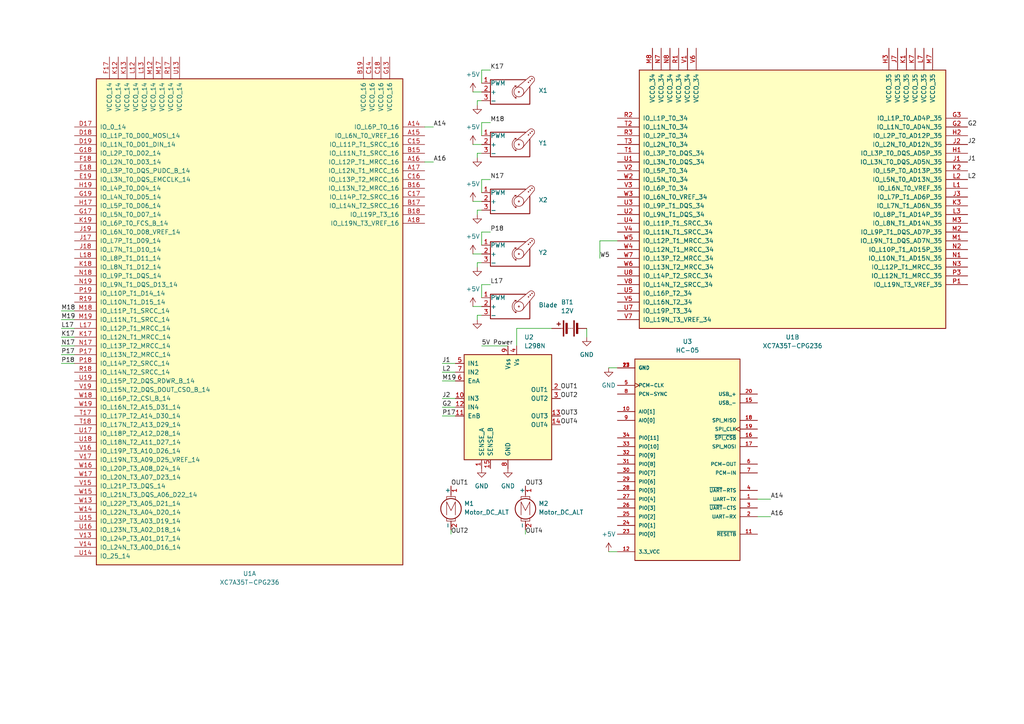
<source format=kicad_sch>
(kicad_sch (version 20230121) (generator eeschema)
  (paper "A4")
  (title_block (title "robo-digger") (rev "1") (comment 1 "robo-digger-schematic"))
  (lib_symbols
    (symbol "Device:Battery" (pin_numbers hide) (pin_names (offset 0) hide)
      (property "Reference" "BT" (at 2.54 2.54 0))
      (property "Value" "Battery" (at 2.54 0 0))
      (symbol "Battery_0_1"
        (rectangle (start -2.286 -1.27) (end 2.286 -1.524) (fill (type outline)))
        (rectangle (start -2.286 1.778) (end 2.286 1.524) (fill (type outline)))
        (rectangle (start -1.524 -2.032) (end 1.524 -2.54) (fill (type outline)))
        (rectangle (start -1.524 1.016) (end 1.524 0.508) (fill (type outline)))
        (polyline (pts (xy 0 -1.016) (xy 0 -0.762)))
        (polyline (pts (xy 0 -0.508) (xy 0 -0.254)))
        (polyline (pts (xy 0 0) (xy 0 0.254)))
        (polyline (pts (xy 0 1.778) (xy 0 2.54)))
        (polyline (pts (xy 0.762 3.048) (xy 1.778 3.048)) (stroke (width 0.254)))
        (polyline (pts (xy 1.27 3.556) (xy 1.27 2.54)) (stroke (width 0.254)))
      )
      (symbol "Battery_1_1"
        (pin passive line (at 0 5.08 270) (length 2.54) (name "+") (number "1"))
        (pin passive line (at 0 -5.08 90) (length 2.54) (name "-") (number "2"))
      )
    )
    (symbol "Driver_Motor:L298N" (pin_names (offset 1.016))
      (property "Reference" "U" (at -10.16 16.51 0))
      (property "Value" "L298N" (at 12.7 16.51 0))
      (symbol "L298N_0_1"
        (rectangle (start -12.7 15.24) (end 12.7 -15.24) (stroke (width 0.254)) (fill (type background)))
      )
      (symbol "L298N_1_1"
        (pin power_in line (at -7.62 -17.78 90) (length 2.54) (name "SENSE_A") (number "1"))
        (pin input line (at -15.24 2.54 0) (length 2.54) (name "IN3") (number "10"))
        (pin input line (at -15.24 -2.54 0) (length 2.54) (name "EnB") (number "11"))
        (pin input line (at -15.24 0 0) (length 2.54) (name "IN4") (number "12"))
        (pin output line (at 15.24 -2.54 180) (length 2.54) (name "OUT3") (number "13"))
        (pin output line (at 15.24 -5.08 180) (length 2.54) (name "OUT4") (number "14"))
        (pin power_in line (at -5.08 -17.78 90) (length 2.54) (name "SENSE_B") (number "15"))
        (pin output line (at 15.24 5.08 180) (length 2.54) (name "OUT1") (number "2"))
        (pin output line (at 15.24 2.54 180) (length 2.54) (name "OUT2") (number "3"))
        (pin power_in line (at 2.54 17.78 270) (length 2.54) (name "Vs") (number "4"))
        (pin input line (at -15.24 12.7 0) (length 2.54) (name "IN1") (number "5"))
        (pin input line (at -15.24 7.62 0) (length 2.54) (name "EnA") (number "6"))
        (pin input line (at -15.24 10.16 0) (length 2.54) (name "IN2") (number "7"))
        (pin power_in line (at 0 -17.78 90) (length 2.54) (name "GND") (number "8"))
        (pin power_in line (at 0 17.78 270) (length 2.54) (name "Vss") (number "9"))
      )
    )
    (symbol "FPGA_Xilinx_Artix7:XC7A35T-CPG236" (pin_names (offset 1.016))
      (property "Reference" "U" (at 0 1.27 0))
      (property "Value" "XC7A35T-CPG236" (at 0 -1.27 0))
      (symbol "XC7A35T-CPG236_1_1"
        (rectangle (start -44.45 67.31) (end 44.45 -73.66) (stroke (width 0.254)) (fill (type background)))
        (pin bidirectional line (at 50.8 53.34 180) (length 6.35) (name "IO_L6P_T0_16") (number "A14"))
        (pin bidirectional line (at 50.8 50.8 180) (length 6.35) (name "IO_L6N_T0_VREF_16") (number "A15"))
        (pin bidirectional line (at 50.8 43.18 180) (length 6.35) (name "IO_L12P_T1_MRCC_16") (number "A16"))
        (pin bidirectional line (at 50.8 40.64 180) (length 6.35) (name "IO_L12N_T1_MRCC_16") (number "A17"))
        (pin bidirectional line (at 50.8 25.4 180) (length 6.35) (name "IO_L19N_T3_VREF_16") (number "A18"))
        (pin bidirectional line (at 50.8 45.72 180) (length 6.35) (name "IO_L11N_T1_SRCC_16") (number "B15"))
        (pin bidirectional line (at 50.8 35.56 180) (length 6.35) (name "IO_L13N_T2_MRCC_16") (number "B16"))
        (pin bidirectional line (at 50.8 30.48 180) (length 6.35) (name "IO_L14N_T2_SRCC_16") (number "B17"))
        (pin bidirectional line (at 50.8 27.94 180) (length 6.35) (name "IO_L19P_T3_16") (number "B18"))
        (pin power_in line (at 33.02 73.66 270) (length 6.35) (name "VCCO_16") (number "B19"))
        (pin power_in line (at 35.56 73.66 270) (length 6.35) (name "VCCO_16") (number "C14"))
        (pin bidirectional line (at 50.8 48.26 180) (length 6.35) (name "IO_L11P_T1_SRCC_16") (number "C15"))
        (pin bidirectional line (at 50.8 38.1 180) (length 6.35) (name "IO_L13P_T2_MRCC_16") (number "C16"))
        (pin bidirectional line (at 50.8 33.02 180) (length 6.35) (name "IO_L14P_T2_SRCC_16") (number "C17"))
        (pin power_in line (at 38.1 73.66 270) (length 6.35) (name "VCCO_16") (number "C18"))
        (pin bidirectional line (at -50.8 53.34 0) (length 6.35) (name "IO_0_14") (number "D17"))
        (pin bidirectional line (at -50.8 50.8 0) (length 6.35) (name "IO_L1P_T0_D00_MOSI_14") (number "D18"))
        (pin bidirectional line (at -50.8 48.26 0) (length 6.35) (name "IO_L1N_T0_D01_DIN_14") (number "D19"))
        (pin bidirectional line (at -50.8 40.64 0) (length 6.35) (name "IO_L3P_T0_DQS_PUDC_B_14") (number "E18"))
        (pin bidirectional line (at -50.8 38.1 0) (length 6.35) (name "IO_L3N_T0_DQS_EMCCLK_14") (number "E19"))
        (pin power_in line (at -40.64 73.66 270) (length 6.35) (name "VCCO_14") (number "F17"))
        (pin bidirectional line (at -50.8 43.18 0) (length 6.35) (name "IO_L2N_T0_D03_14") (number "F18"))
        (pin power_in line (at 40.64 73.66 270) (length 6.35) (name "VCCO_16") (number "G13"))
        (pin bidirectional line (at -50.8 27.94 0) (length 6.35) (name "IO_L5N_T0_D07_14") (number "G17"))
        (pin bidirectional line (at -50.8 45.72 0) (length 6.35) (name "IO_L2P_T0_D02_14") (number "G18"))
        (pin bidirectional line (at -50.8 33.02 0) (length 6.35) (name "IO_L4N_T0_D05_14") (number "G19"))
        (pin bidirectional line (at -50.8 30.48 0) (length 6.35) (name "IO_L5P_T0_D06_14") (number "H17"))
        (pin bidirectional line (at -50.8 35.56 0) (length 6.35) (name "IO_L4P_T0_D04_14") (number "H19"))
        (pin bidirectional line (at -50.8 20.32 0) (length 6.35) (name "IO_L7P_T1_D09_14") (number "J17"))
        (pin bidirectional line (at -50.8 17.78 0) (length 6.35) (name "IO_L7N_T1_D10_14") (number "J18"))
        (pin bidirectional line (at -50.8 22.86 0) (length 6.35) (name "IO_L6N_T0_D08_VREF_14") (number "J19"))
        (pin power_in line (at -38.1 73.66 270) (length 6.35) (name "VCCO_14") (number "K12"))
        (pin power_in line (at -35.56 73.66 270) (length 6.35) (name "VCCO_14") (number "K13"))
        (pin bidirectional line (at -50.8 -7.62 0) (length 6.35) (name "IO_L12N_T1_MRCC_14") (number "K17"))
        (pin bidirectional line (at -50.8 12.7 0) (length 6.35) (name "IO_L8N_T1_D12_14") (number "K18"))
        (pin bidirectional line (at -50.8 25.4 0) (length 6.35) (name "IO_L6P_T0_FCS_B_14") (number "K19"))
        (pin power_in line (at -33.02 73.66 270) (length 6.35) (name "VCCO_14") (number "L12"))
        (pin power_in line (at -30.48 73.66 270) (length 6.35) (name "VCCO_14") (number "L13"))
        (pin bidirectional line (at -50.8 -5.08 0) (length 6.35) (name "IO_L12P_T1_MRCC_14") (number "L17"))
        (pin bidirectional line (at -50.8 15.24 0) (length 6.35) (name "IO_L8P_T1_D11_14") (number "L18"))
        (pin power_in line (at -27.94 73.66 270) (length 6.35) (name "VCCO_14") (number "M12"))
        (pin power_in line (at -25.4 73.66 270) (length 6.35) (name "VCCO_14") (number "M17"))
        (pin bidirectional line (at -50.8 0 0) (length 6.35) (name "IO_L11P_T1_SRCC_14") (number "M18"))
        (pin bidirectional line (at -50.8 -2.54 0) (length 6.35) (name "IO_L11N_T1_SRCC_14") (number "M19"))
        (pin bidirectional line (at -50.8 -10.16 0) (length 6.35) (name "IO_L13P_T2_MRCC_14") (number "N17"))
        (pin bidirectional line (at -50.8 10.16 0) (length 6.35) (name "IO_L9P_T1_DQS_14") (number "N18"))
        (pin bidirectional line (at -50.8 7.62 0) (length 6.35) (name "IO_L9N_T1_DQS_D13_14") (number "N19"))
        (pin bidirectional line (at -50.8 -12.7 0) (length 6.35) (name "IO_L13N_T2_MRCC_14") (number "P17"))
        (pin bidirectional line (at -50.8 -15.24 0) (length 6.35) (name "IO_L14P_T2_SRCC_14") (number "P18"))
        (pin bidirectional line (at -50.8 5.08 0) (length 6.35) (name "IO_L10P_T1_D14_14") (number "P19"))
        (pin power_in line (at -22.86 73.66 270) (length 6.35) (name "VCCO_14") (number "R17"))
        (pin bidirectional line (at -50.8 -17.78 0) (length 6.35) (name "IO_L14N_T2_SRCC_14") (number "R18"))
        (pin bidirectional line (at -50.8 2.54 0) (length 6.35) (name "IO_L10N_T1_D15_14") (number "R19"))
        (pin bidirectional line (at -50.8 -30.48 0) (length 6.35) (name "IO_L17P_T2_A14_D30_14") (number "T17"))
        (pin bidirectional line (at -50.8 -33.02 0) (length 6.35) (name "IO_L17N_T2_A13_D29_14") (number "T18"))
        (pin power_in line (at -20.32 73.66 270) (length 6.35) (name "VCCO_14") (number "U13"))
        (pin bidirectional line (at -50.8 -71.12 0) (length 6.35) (name "IO_25_14") (number "U14"))
        (pin bidirectional line (at -50.8 -60.96 0) (length 6.35) (name "IO_L23P_T3_A03_D19_14") (number "U15"))
        (pin bidirectional line (at -50.8 -63.5 0) (length 6.35) (name "IO_L23N_T3_A02_D18_14") (number "U16"))
        (pin bidirectional line (at -50.8 -35.56 0) (length 6.35) (name "IO_L18P_T2_A12_D28_14") (number "U17"))
        (pin bidirectional line (at -50.8 -38.1 0) (length 6.35) (name "IO_L18N_T2_A11_D27_14") (number "U18"))
        (pin bidirectional line (at -50.8 -20.32 0) (length 6.35) (name "IO_L15P_T2_DQS_RDWR_B_14") (number "U19"))
        (pin bidirectional line (at -50.8 -66.04 0) (length 6.35) (name "IO_L24P_T3_A01_D17_14") (number "V13"))
        (pin bidirectional line (at -50.8 -68.58 0) (length 6.35) (name "IO_L24N_T3_A00_D16_14") (number "V14"))
        (pin bidirectional line (at -50.8 -50.8 0) (length 6.35) (name "IO_L21P_T3_DQS_14") (number "V15"))
        (pin bidirectional line (at -50.8 -40.64 0) (length 6.35) (name "IO_L19P_T3_A10_D26_14") (number "V16"))
        (pin bidirectional line (at -50.8 -43.18 0) (length 6.35) (name "IO_L19N_T3_A09_D25_VREF_14") (number "V17"))
        (pin bidirectional line (at -50.8 -22.86 0) (length 6.35) (name "IO_L15N_T2_DQS_DOUT_CSO_B_14") (number "V19"))
        (pin bidirectional line (at -50.8 -55.88 0) (length 6.35) (name "IO_L22P_T3_A05_D21_14") (number "W13"))
        (pin bidirectional line (at -50.8 -58.42 0) (length 6.35) (name "IO_L22N_T3_A04_D20_14") (number "W14"))
        (pin bidirectional line (at -50.8 -53.34 0) (length 6.35) (name "IO_L21N_T3_DQS_A06_D22_14") (number "W15"))
        (pin bidirectional line (at -50.8 -45.72 0) (length 6.35) (name "IO_L20P_T3_A08_D24_14") (number "W16"))
        (pin bidirectional line (at -50.8 -48.26 0) (length 6.35) (name "IO_L20N_T3_A07_D23_14") (number "W17"))
        (pin bidirectional line (at -50.8 -25.4 0) (length 6.35) (name "IO_L16P_T2_CSI_B_14") (number "W18"))
        (pin bidirectional line (at -50.8 -27.94 0) (length 6.35) (name "IO_L16N_T2_A15_D31_14") (number "W19"))
      )
      (symbol "XC7A35T-CPG236_2_1"
        (rectangle (start -44.45 34.29) (end 44.45 -40.64) (stroke (width 0.254)) (fill (type background)))
        (pin bidirectional line (at 50.8 17.78 180) (length 6.35) (name "IO_L1N_T0_AD4N_35") (number "G2"))
        (pin bidirectional line (at 50.8 20.32 180) (length 6.35) (name "IO_L1P_T0_AD4P_35") (number "G3"))
        (pin bidirectional line (at 50.8 10.16 180) (length 6.35) (name "IO_L3P_T0_DQS_AD5P_35") (number "H1"))
        (pin bidirectional line (at 50.8 15.24 180) (length 6.35) (name "IO_L2P_T0_AD12P_35") (number "H2"))
        (pin power_in line (at 27.94 40.64 270) (length 6.35) (name "VCCO_35") (number "H3"))
        (pin bidirectional line (at 50.8 7.62 180) (length 6.35) (name "IO_L3N_T0_DQS_AD5N_35") (number "J1"))
        (pin bidirectional line (at 50.8 12.7 180) (length 6.35) (name "IO_L2N_T0_AD12N_35") (number "J2"))
        (pin bidirectional line (at 50.8 -2.54 180) (length 6.35) (name "IO_L7P_T1_AD6P_35") (number "J3"))
        (pin power_in line (at 30.48 40.64 270) (length 6.35) (name "VCCO_35") (number "J7"))
        (pin power_in line (at 33.02 40.64 270) (length 6.35) (name "VCCO_35") (number "K1"))
        (pin bidirectional line (at 50.8 5.08 180) (length 6.35) (name "IO_L5P_T0_AD13P_35") (number "K2"))
        (pin bidirectional line (at 50.8 -5.08 180) (length 6.35) (name "IO_L7N_T1_AD6N_35") (number "K3"))
        (pin power_in line (at 35.56 40.64 270) (length 6.35) (name "VCCO_35") (number "K7"))
        (pin bidirectional line (at 50.8 0 180) (length 6.35) (name "IO_L6N_T0_VREF_35") (number "L1"))
        (pin bidirectional line (at 50.8 2.54 180) (length 6.35) (name "IO_L5N_T0_AD13N_35") (number "L2"))
        (pin bidirectional line (at 50.8 -7.62 180) (length 6.35) (name "IO_L8P_T1_AD14P_35") (number "L3"))
        (pin power_in line (at 38.1 40.64 270) (length 6.35) (name "VCCO_35") (number "L7"))
        (pin bidirectional line (at 50.8 -15.24 180) (length 6.35) (name "IO_L9N_T1_DQS_AD7N_35") (number "M1"))
        (pin bidirectional line (at 50.8 -12.7 180) (length 6.35) (name "IO_L9P_T1_DQS_AD7P_35") (number "M2"))
        (pin bidirectional line (at 50.8 -10.16 180) (length 6.35) (name "IO_L8N_T1_AD14N_35") (number "M3"))
        (pin power_in line (at 40.64 40.64 270) (length 6.35) (name "VCCO_35") (number "M7"))
        (pin power_in line (at -40.64 40.64 270) (length 6.35) (name "VCCO_34") (number "M8"))
        (pin bidirectional line (at 50.8 -20.32 180) (length 6.35) (name "IO_L10N_T1_AD15N_35") (number "N1"))
        (pin bidirectional line (at 50.8 -17.78 180) (length 6.35) (name "IO_L10P_T1_AD15P_35") (number "N2"))
        (pin bidirectional line (at 50.8 -22.86 180) (length 6.35) (name "IO_L12P_T1_MRCC_35") (number "N3"))
        (pin power_in line (at -38.1 40.64 270) (length 6.35) (name "VCCO_34") (number "N7"))
        (pin power_in line (at -35.56 40.64 270) (length 6.35) (name "VCCO_34") (number "N8"))
        (pin bidirectional line (at 50.8 -27.94 180) (length 6.35) (name "IO_L19N_T3_VREF_35") (number "P1"))
        (pin bidirectional line (at 50.8 -25.4 180) (length 6.35) (name "IO_L12N_T1_MRCC_35") (number "P3"))
        (pin power_in line (at -33.02 40.64 270) (length 6.35) (name "VCCO_34") (number "R1"))
        (pin bidirectional line (at -50.8 20.32 0) (length 6.35) (name "IO_L1P_T0_34") (number "R2"))
        (pin bidirectional line (at -50.8 15.24 0) (length 6.35) (name "IO_L2P_T0_34") (number "R3"))
        (pin bidirectional line (at -50.8 10.16 0) (length 6.35) (name "IO_L3P_T0_DQS_34") (number "T1"))
        (pin bidirectional line (at -50.8 17.78 0) (length 6.35) (name "IO_L1N_T0_34") (number "T2"))
        (pin bidirectional line (at -50.8 12.7 0) (length 6.35) (name "IO_L2N_T0_34") (number "T3"))
        (pin bidirectional line (at -50.8 7.62 0) (length 6.35) (name "IO_L3N_T0_DQS_34") (number "U1"))
        (pin bidirectional line (at -50.8 -7.62 0) (length 6.35) (name "IO_L9N_T1_DQS_34") (number "U2"))
        (pin bidirectional line (at -50.8 -5.08 0) (length 6.35) (name "IO_L9P_T1_DQS_34") (number "U3"))
        (pin bidirectional line (at -50.8 -10.16 0) (length 6.35) (name "IO_L11P_T1_SRCC_34") (number "U4"))
        (pin bidirectional line (at -50.8 -30.48 0) (length 6.35) (name "IO_L16P_T2_34") (number "U5"))
        (pin bidirectional line (at -50.8 -35.56 0) (length 6.35) (name "IO_L19P_T3_34") (number "U7"))
        (pin bidirectional line (at -50.8 -25.4 0) (length 6.35) (name "IO_L14P_T2_SRCC_34") (number "U8"))
        (pin power_in line (at -30.48 40.64 270) (length 6.35) (name "VCCO_34") (number "V1"))
        (pin bidirectional line (at -50.8 5.08 0) (length 6.35) (name "IO_L5P_T0_34") (number "V2"))
        (pin bidirectional line (at -50.8 0 0) (length 6.35) (name "IO_L6P_T0_34") (number "V3"))
        (pin bidirectional line (at -50.8 -12.7 0) (length 6.35) (name "IO_L11N_T1_SRCC_34") (number "V4"))
        (pin bidirectional line (at -50.8 -33.02 0) (length 6.35) (name "IO_L16N_T2_34") (number "V5"))
        (pin power_in line (at -27.94 40.64 270) (length 6.35) (name "VCCO_34") (number "V6"))
        (pin bidirectional line (at -50.8 -38.1 0) (length 6.35) (name "IO_L19N_T3_VREF_34") (number "V7"))
        (pin bidirectional line (at -50.8 -27.94 0) (length 6.35) (name "IO_L14N_T2_SRCC_34") (number "V8"))
        (pin bidirectional line (at -50.8 2.54 0) (length 6.35) (name "IO_L5N_T0_34") (number "W2"))
        (pin bidirectional line (at -50.8 -2.54 0) (length 6.35) (name "IO_L6N_T0_VREF_34") (number "W3"))
        (pin bidirectional line (at -50.8 -17.78 0) (length 6.35) (name "IO_L12N_T1_MRCC_34") (number "W4"))
        (pin bidirectional line (at -50.8 -15.24 0) (length 6.35) (name "IO_L12P_T1_MRCC_34") (number "W5"))
        (pin bidirectional line (at -50.8 -22.86 0) (length 6.35) (name "IO_L13N_T2_MRCC_34") (number "W6"))
        (pin bidirectional line (at -50.8 -20.32 0) (length 6.35) (name "IO_L13P_T2_MRCC_34") (number "W7"))
      )
      (symbol "XC7A35T-CPG236_3_1"
        (rectangle (start -31.75 20.32) (end 31.75 -20.32) (stroke (width 0.254)) (fill (type background)))
        (pin bidirectional line (at -38.1 -15.24 0) (length 6.35) (name "MGTREFCLK1N_216") (number "A10"))
        (pin bidirectional line (at -38.1 10.16 0) (length 6.35) (name "MGTPTXN1_216") (number "A2"))
        (pin bidirectional line (at -38.1 2.54 0) (length 6.35) (name "MGTPRXN0_216") (number "A4"))
        (pin bidirectional line (at -38.1 -2.54 0) (length 6.35) (name "MGTPRXN1_216") (number "A6"))
        (pin bidirectional line (at -38.1 -10.16 0) (length 6.35) (name "MGTREFCLK0N_216") (number "A8"))
        (pin bidirectional line (at -38.1 -12.7 0) (length 6.35) (name "MGTREFCLK1P_216") (number "B10"))
        (pin bidirectional line (at -38.1 12.7 0) (length 6.35) (name "MGTPTXP1_216") (number "B2"))
        (pin bidirectional line (at -38.1 5.08 0) (length 6.35) (name "MGTPRXP0_216") (number "B4"))
        (pin bidirectional line (at -38.1 0 0) (length 6.35) (name "MGTPRXP1_216") (number "B6"))
        (pin bidirectional line (at -38.1 -7.62 0) (length 6.35) (name "MGTREFCLK0P_216") (number "B8"))
        (pin bidirectional line (at -38.1 15.24 0) (length 6.35) (name "MGTPTXN0_216") (number "D1"))
        (pin bidirectional line (at -38.1 17.78 0) (length 6.35) (name "MGTPTXP0_216") (number "D2"))
      )
      (symbol "XC7A35T-CPG236_4_1"
        (rectangle (start -31.75 10.16) (end 31.75 -10.16) (stroke (width 0.254)) (fill (type background)))
        (pin power_in line (at 38.1 7.62 180) (length 6.35) (name "MGTAVTT") (number "B1"))
        (pin power_in line (at -38.1 7.62 0) (length 6.35) (name "MGTAVCC") (number "C1"))
        (pin power_in line (at 38.1 5.08 180) (length 6.35) (name "MGTAVTT") (number "C5"))
        (pin power_in line (at 38.1 -5.08 180) (length 6.35) (name "MGTRREF_216") (number "C7"))
        (pin power_in line (at -38.1 5.08 0) (length 6.35) (name "MGTAVCC") (number "E1"))
        (pin power_in line (at 38.1 2.54 180) (length 6.35) (name "MGTAVTT") (number "E2"))
        (pin power_in line (at -38.1 2.54 0) (length 6.35) (name "MGTAVCC") (number "F3"))
        (pin power_in line (at 38.1 0 180) (length 6.35) (name "MGTAVTT") (number "G7"))
        (pin power_in line (at -38.1 0 0) (length 6.35) (name "MGTAVCC") (number "G9"))
        (pin power_in line (at -38.1 -2.54 0) (length 6.35) (name "MGTAVCC") (number "H9"))
      )
      (symbol "XC7A35T-CPG236_5_1"
        (rectangle (start -31.75 34.29) (end 31.75 -40.64) (stroke (width 0.254)) (fill (type background)))
        (pin bidirectional line (at 38.1 -35.56 180) (length 6.35) (name "DXP_0") (number "A11"))
        (pin bidirectional line (at 38.1 -20.32 180) (length 6.35) (name "VP_0") (number "A12"))
        (pin bidirectional line (at 38.1 -30.48 180) (length 6.35) (name "VREFN_0") (number "A13"))
        (pin bidirectional line (at 38.1 -38.1 180) (length 6.35) (name "DXN_0") (number "B11"))
        (pin bidirectional line (at 38.1 -27.94 180) (length 6.35) (name "VREFP_0") (number "B12"))
        (pin bidirectional line (at 38.1 -22.86 180) (length 6.35) (name "VN_0") (number "B13"))
        (pin bidirectional line (at 38.1 7.62 180) (length 6.35) (name "CCLK_0") (number "C11"))
        (pin bidirectional line (at 38.1 12.7 180) (length 6.35) (name "TCK_0") (number "C8"))
        (pin power_in line (at 25.4 40.64 270) (length 6.35) (name "VCCO_0") (number "G12"))
        (pin bidirectional line (at 38.1 0 180) (length 6.35) (name "M2_0") (number "U10"))
        (pin bidirectional line (at 38.1 -7.62 180) (length 6.35) (name "INIT_B_0") (number "U11"))
        (pin bidirectional line (at 38.1 -5.08 180) (length 6.35) (name "DONE_0") (number "U12"))
        (pin bidirectional line (at 38.1 -10.16 180) (length 6.35) (name "PROGRAM_B_0") (number "V10"))
        (pin bidirectional line (at 38.1 -15.24 180) (length 6.35) (name "CFGBVS_0") (number "V11"))
        (pin bidirectional line (at 38.1 5.08 180) (length 6.35) (name "M0_0") (number "V12"))
        (pin power_in line (at 27.94 40.64 270) (length 6.35) (name "VCCO_0") (number "V9"))
        (pin bidirectional line (at 38.1 20.32 180) (length 6.35) (name "TDI_0") (number "W10"))
        (pin bidirectional line (at 38.1 2.54 180) (length 6.35) (name "M1_0") (number "W11"))
        (pin bidirectional line (at 38.1 17.78 180) (length 6.35) (name "TDO_0") (number "W8"))
        (pin bidirectional line (at 38.1 15.24 180) (length 6.35) (name "TMS_0") (number "W9"))
      )
      (symbol "XC7A35T-CPG236_6_1"
        (rectangle (start -19.05 45.72) (end 19.05 -45.72) (stroke (width 0.254)) (fill (type background)))
        (pin power_in line (at -25.4 20.32 0) (length 6.35) (name "GND") (number "A1"))
        (pin power_in line (at -25.4 7.62 0) (length 6.35) (name "GND") (number "A19"))
        (pin power_in line (at -25.4 17.78 0) (length 6.35) (name "GND") (number "A3"))
        (pin power_in line (at -25.4 15.24 0) (length 6.35) (name "GND") (number "A5"))
        (pin power_in line (at -25.4 12.7 0) (length 6.35) (name "GND") (number "A7"))
        (pin power_in line (at -25.4 10.16 0) (length 6.35) (name "GND") (number "A9"))
        (pin power_in line (at -25.4 -5.08 0) (length 6.35) (name "GND") (number "B14"))
        (pin power_in line (at -25.4 5.08 0) (length 6.35) (name "GND") (number "B3"))
        (pin power_in line (at -25.4 2.54 0) (length 6.35) (name "GND") (number "B5"))
        (pin power_in line (at -25.4 0 0) (length 6.35) (name "GND") (number "B7"))
        (pin power_in line (at -25.4 -2.54 0) (length 6.35) (name "GND") (number "B9"))
        (pin power_in line (at -25.4 -17.78 0) (length 6.35) (name "GND") (number "C10"))
        (pin power_in line (at -25.4 35.56 0) (length 6.35) (name "GNDADC_0") (number "C12"))
        (pin power_in line (at -25.4 33.02 0) (length 6.35) (name "VCCADC_0") (number "C13"))
        (pin power_in line (at -25.4 -20.32 0) (length 6.35) (name "GND") (number "C19"))
        (pin power_in line (at -25.4 -7.62 0) (length 6.35) (name "GND") (number "C2"))
        (pin power_in line (at -25.4 -10.16 0) (length 6.35) (name "GND") (number "C3"))
        (pin power_in line (at -25.4 -12.7 0) (length 6.35) (name "GND") (number "C4"))
        (pin power_in line (at -25.4 -15.24 0) (length 6.35) (name "GND") (number "C6"))
        (pin power_in line (at -25.4 30.48 0) (length 6.35) (name "VCCBATT_0") (number "C9"))
        (pin power_in line (at -25.4 -22.86 0) (length 6.35) (name "GND") (number "D3"))
        (pin power_in line (at -25.4 -27.94 0) (length 6.35) (name "GND") (number "E17"))
        (pin power_in line (at -25.4 -25.4 0) (length 6.35) (name "GND") (number "E3"))
        (pin power_in line (at -25.4 -30.48 0) (length 6.35) (name "GND") (number "F1"))
        (pin power_in line (at -25.4 -35.56 0) (length 6.35) (name "GND") (number "F19"))
        (pin power_in line (at -25.4 -33.02 0) (length 6.35) (name "GND") (number "F2"))
        (pin power_in line (at -25.4 -38.1 0) (length 6.35) (name "GND") (number "G1"))
        (pin power_in line (at 25.4 43.18 180) (length 6.35) (name "VCCINT") (number "G10"))
        (pin power_in line (at -25.4 -43.18 0) (length 6.35) (name "GND") (number "G11"))
        (pin power_in line (at -25.4 -40.64 0) (length 6.35) (name "GND") (number "G8"))
        (pin power_in line (at 25.4 40.64 180) (length 6.35) (name "VCCINT") (number "H10"))
        (pin power_in line (at 25.4 15.24 180) (length 6.35) (name "GND") (number "H11"))
        (pin power_in line (at 25.4 12.7 180) (length 6.35) (name "GND") (number "H12"))
        (pin power_in line (at -25.4 43.18 0) (length 6.35) (name "VCCAUX") (number "H13"))
        (pin power_in line (at 25.4 10.16 180) (length 6.35) (name "GND") (number "H18"))
        (pin power_in line (at 25.4 20.32 180) (length 6.35) (name "GND") (number "H7"))
        (pin power_in line (at 25.4 17.78 180) (length 6.35) (name "GND") (number "H8"))
        (pin power_in line (at 25.4 38.1 180) (length 6.35) (name "VCCINT") (number "J10"))
        (pin power_in line (at 25.4 2.54 180) (length 6.35) (name "GND") (number "J11"))
        (pin power_in line (at 25.4 0 180) (length 6.35) (name "GND") (number "J12"))
        (pin power_in line (at -25.4 40.64 0) (length 6.35) (name "VCCAUX") (number "J13"))
        (pin power_in line (at 25.4 7.62 180) (length 6.35) (name "GND") (number "J8"))
        (pin power_in line (at 25.4 5.08 180) (length 6.35) (name "GND") (number "J9"))
        (pin power_in line (at 25.4 -2.54 180) (length 6.35) (name "GND") (number "K8"))
        (pin power_in line (at 25.4 35.56 180) (length 6.35) (name "VCCINT") (number "L10"))
        (pin power_in line (at 25.4 -10.16 180) (length 6.35) (name "GND") (number "L11"))
        (pin power_in line (at 25.4 -12.7 180) (length 6.35) (name "GND") (number "L19"))
        (pin power_in line (at 25.4 -5.08 180) (length 6.35) (name "GND") (number "L8"))
        (pin power_in line (at 25.4 -7.62 180) (length 6.35) (name "GND") (number "L9"))
        (pin power_in line (at 25.4 33.02 180) (length 6.35) (name "VCCINT") (number "M10"))
        (pin power_in line (at -25.4 27.94 0) (length 6.35) (name "VCCBRAM") (number "M11"))
        (pin power_in line (at 25.4 -17.78 180) (length 6.35) (name "GND") (number "M13"))
        (pin power_in line (at 25.4 -15.24 180) (length 6.35) (name "GND") (number "M9"))
        (pin power_in line (at 25.4 30.48 180) (length 6.35) (name "VCCINT") (number "N10"))
        (pin power_in line (at -25.4 25.4 0) (length 6.35) (name "VCCBRAM") (number "N11"))
        (pin power_in line (at 25.4 -22.86 180) (length 6.35) (name "GND") (number "N12"))
        (pin power_in line (at 25.4 -25.4 180) (length 6.35) (name "GND") (number "N13"))
        (pin power_in line (at 25.4 -20.32 180) (length 6.35) (name "GND") (number "N9"))
        (pin power_in line (at 25.4 -27.94 180) (length 6.35) (name "GND") (number "P2"))
        (pin power_in line (at 25.4 -30.48 180) (length 6.35) (name "GND") (number "T19"))
        (pin power_in line (at 25.4 -33.02 180) (length 6.35) (name "GND") (number "U6"))
        (pin power_in line (at 25.4 -35.56 180) (length 6.35) (name "GND") (number "U9"))
        (pin power_in line (at 25.4 -38.1 180) (length 6.35) (name "GND") (number "V18"))
        (pin power_in line (at 25.4 -40.64 180) (length 6.35) (name "GND") (number "W1"))
        (pin power_in line (at 25.4 -43.18 180) (length 6.35) (name "GND") (number "W12"))
      )
    )
    (symbol "HC-05:HC-05" (pin_names (offset 1.016))
      (property "Reference" "U" (at -15.24 31.115 0))
      (property "Value" "HC-05" (at -15.24 -30.48 0))
      (symbol "HC-05_0_0"
        (rectangle (start -15.24 -27.94) (end 15.24 30.48) (stroke (width 0.254)) (fill (type background)))
        (pin output line (at -20.32 12.7 0) (length 5.08) (name "UART-TX") (number "1"))
        (pin bidirectional line (at 20.32 -12.7 180) (length 5.08) (name "AIO[1]") (number "10"))
        (pin input line (at -20.32 22.86 0) (length 5.08) (name "~{RESETB}") (number "11"))
        (pin power_in line (at 20.32 27.94 180) (length 5.08) (name "3.3_VCC") (number "12"))
        (pin power_in line (at 20.32 -25.4 180) (length 5.08) (name "GND") (number "13"))
        (pin bidirectional line (at -20.32 -15.24 0) (length 5.08) (name "USB_-") (number "15"))
        (pin input line (at -20.32 -5.08 0) (length 5.08) (name "~{SPI_CSB}") (number "16"))
        (pin input line (at -20.32 -2.54 0) (length 5.08) (name "SPI_MOSI") (number "17"))
        (pin output line (at -20.32 -10.16 0) (length 5.08) (name "SPI_MISO") (number "18"))
        (pin input clock (at -20.32 -7.62 0) (length 5.08) (name "SPI_CLK") (number "19"))
        (pin input line (at -20.32 17.78 0) (length 5.08) (name "UART-RX") (number "2"))
        (pin bidirectional line (at -20.32 -17.78 0) (length 5.08) (name "USB_+") (number "20"))
        (pin power_in line (at 20.32 -25.4 180) (length 5.08) (name "GND") (number "21"))
        (pin power_in line (at 20.32 -25.4 180) (length 5.08) (name "GND") (number "22"))
        (pin bidirectional line (at 20.32 22.86 180) (length 5.08) (name "PIO[0]") (number "23"))
        (pin bidirectional line (at 20.32 20.32 180) (length 5.08) (name "PIO[1]") (number "24"))
        (pin bidirectional line (at 20.32 17.78 180) (length 5.08) (name "PIO[2]") (number "25"))
        (pin bidirectional line (at 20.32 15.24 180) (length 5.08) (name "PIO[3]") (number "26"))
        (pin bidirectional line (at 20.32 12.7 180) (length 5.08) (name "PIO[4]") (number "27"))
        (pin bidirectional line (at 20.32 10.16 180) (length 5.08) (name "PIO[5]") (number "28"))
        (pin bidirectional line (at 20.32 7.62 180) (length 5.08) (name "PIO[6]") (number "29"))
        (pin input line (at -20.32 15.24 0) (length 5.08) (name "~{UART}-CTS") (number "3"))
        (pin bidirectional line (at 20.32 5.08 180) (length 5.08) (name "PIO[7]") (number "30"))
        (pin bidirectional line (at 20.32 2.54 180) (length 5.08) (name "PIO[8]") (number "31"))
        (pin bidirectional line (at 20.32 0 180) (length 5.08) (name "PIO[9]") (number "32"))
        (pin bidirectional line (at 20.32 -2.54 180) (length 5.08) (name "PIO[10]") (number "33"))
        (pin bidirectional line (at 20.32 -5.08 180) (length 5.08) (name "PIO[11]") (number "34"))
        (pin output line (at -20.32 10.16 0) (length 5.08) (name "~{UART}-RTS") (number "4"))
        (pin bidirectional clock (at 20.32 -20.32 180) (length 5.08) (name "PCM-CLK") (number "5"))
        (pin output line (at -20.32 2.54 0) (length 5.08) (name "PCM-OUT") (number "6"))
        (pin input line (at -20.32 5.08 0) (length 5.08) (name "PCM-IN") (number "7"))
        (pin bidirectional line (at 20.32 -17.78 180) (length 5.08) (name "PCN-SYNC") (number "8"))
        (pin bidirectional line (at 20.32 -10.16 180) (length 5.08) (name "AIO[0]") (number "9"))
      )
    )
    (symbol "Motor:Motor_DC_ALT" (pin_names (offset 0))
      (property "Reference" "M" (at 2.54 2.54 0))
      (property "Value" "Motor_DC_ALT" (at 2.54 -5.08 0))
      (symbol "Motor_DC_ALT_0_0"
        (circle (center 0 -1.524) (radius 2.9718) (stroke (width 0.254)))
        (polyline (pts (xy -1.27 -4.318) (xy -1.27 -5.08) (xy 1.27 -5.08) (xy 1.27 -4.318)))
        (polyline (pts (xy -1.27 1.27) (xy -1.27 2.032) (xy 1.27 2.032) (xy 1.27 1.27)))
        (polyline (pts (xy -1.27 -3.302) (xy -1.27 0.508) (xy 0 -2.032) (xy 1.27 0.508) (xy 1.27 -3.302)))
      )
      (symbol "Motor_DC_ALT_0_1"
        (polyline (pts (xy 0 2.032) (xy 0 2.54)))
      )
      (symbol "Motor_DC_ALT_1_1"
        (pin passive line (at 0 5.08 270) (length 2.54) (name "+") (number "1"))
        (pin passive line (at 0 -7.62 90) (length 2.54) (name "-") (number "2"))
      )
    )
    (symbol "Motor:Motor_Servo" (pin_names (offset 0.0254))
      (property "Reference" "M" (at -5.08 4.445 0))
      (property "Value" "Motor_Servo" (at -5.08 -4.064 0))
      (symbol "Motor_Servo_0_1"
        (polyline (pts (xy 2.413 -1.778) (xy 2.032 -1.778)))
        (polyline (pts (xy 2.413 -1.778) (xy 2.286 -1.397)))
        (polyline (pts (xy 2.413 1.778) (xy 1.905 1.778)))
        (polyline (pts (xy 2.413 1.778) (xy 2.286 1.397)))
        (polyline (pts (xy 6.35 4.445) (xy 2.54 1.27)))
        (polyline (pts (xy 7.62 3.175) (xy 4.191 -1.016)))
        (polyline (pts (xy 5.08 3.556) (xy -5.08 3.556) (xy -5.08 -3.556) (xy 6.35 -3.556) (xy 6.35 1.524)) (stroke (width 0.254)))
        (arc (start 2.413 1.778) (mid 1.2406 0) (end 2.413 -1.778))
        (circle (center 3.175 0) (radius 0.1778))
        (circle (center 3.175 0) (radius 1.4224))
        (circle (center 5.969 2.794) (radius 0.127))
        (circle (center 6.477 3.302) (radius 0.127))
        (circle (center 6.985 3.81) (radius 0.127))
        (arc (start 7.62 3.175) (mid 7.4485 4.2735) (end 6.35 4.445))
      )
      (symbol "Motor_Servo_1_1"
        (pin passive line (at -7.62 2.54 0) (length 2.54) (name "PWM") (number "1"))
        (pin passive line (at -7.62 0 0) (length 2.54) (name "+") (number "2"))
        (pin passive line (at -7.62 -2.54 0) (length 2.54) (name "-") (number "3"))
      )
    )
    (symbol "power:+5V" (power) (pin_names (offset 0))
      (property "Value" "+5V" (at 0 3.556 0))
      (symbol "+5V_0_1"
        (polyline (pts (xy -0.762 1.27) (xy 0 2.54)))
        (polyline (pts (xy 0 0) (xy 0 2.54)))
        (polyline (pts (xy 0 2.54) (xy 0.762 1.27)))
      )
      (symbol "+5V_1_1"
        (pin power_in line (at 0 0 90) (length 0) hide (name "+5V") (number "1"))
      )
    )
    (symbol "power:GND" (power) (pin_names (offset 0))
      (property "Value" "GND" (at 0 -3.81 0))
      (symbol "GND_0_1"
        (polyline (pts (xy 0 0) (xy 0 -1.27) (xy 1.27 -1.27) (xy 0 -2.54) (xy -1.27 -1.27) (xy 0 -1.27)))
      )
      (symbol "GND_1_1"
        (pin power_in line (at 0 0 270) (length 0) hide (name "GND") (number "1"))
      )
    )
  )
  (wire (pts (xy 17.78 90.17) (xy 21.59 90.17)))
  (wire (pts (xy 142.24 35.56) (xy 139.7 35.56)))
  (wire (pts (xy 139.7 52.07) (xy 139.7 55.88)))
  (wire (pts (xy 138.43 60.96) (xy 138.43 62.23)))
  (wire (pts (xy 139.7 67.31) (xy 139.7 71.12)))
  (wire (pts (xy 128.27 105.41) (xy 132.08 105.41)))
  (wire (pts (xy 128.27 118.11) (xy 132.08 118.11)))
  (wire (pts (xy 152.4 154.94) (xy 152.4 153.67)))
  (wire (pts (xy 17.78 92.71) (xy 21.59 92.71)))
  (wire (pts (xy 137.16 26.67) (xy 139.7 26.67)))
  (wire (pts (xy 173.99 69.85) (xy 173.99 74.93)))
  (wire (pts (xy 128.27 115.57) (xy 132.08 115.57)))
  (wire (pts (xy 138.43 76.2) (xy 139.7 76.2)))
  (wire (pts (xy 137.16 58.42) (xy 139.7 58.42)))
  (wire (pts (xy 17.78 105.41) (xy 21.59 105.41)))
  (wire (pts (xy 219.71 144.78) (xy 223.52 144.78)))
  (wire (pts (xy 123.19 46.99) (xy 125.73 46.99)))
  (wire (pts (xy 128.27 107.95) (xy 132.08 107.95)))
  (wire (pts (xy 138.43 91.44) (xy 139.7 91.44)))
  (wire (pts (xy 138.43 44.45) (xy 138.43 45.72)))
  (wire (pts (xy 123.19 36.83) (xy 125.73 36.83)))
  (wire (pts (xy 142.24 67.31) (xy 139.7 67.31)))
  (wire (pts (xy 17.78 100.33) (xy 21.59 100.33)))
  (wire (pts (xy 149.86 95.25) (xy 149.86 100.33)))
  (wire (pts (xy 139.7 100.33) (xy 147.32 100.33)))
  (wire (pts (xy 142.24 20.32) (xy 139.7 20.32)))
  (wire (pts (xy 139.7 82.55) (xy 139.7 86.36)))
  (wire (pts (xy 139.7 35.56) (xy 139.7 39.37)))
  (wire (pts (xy 128.27 110.49) (xy 132.08 110.49)))
  (wire (pts (xy 138.43 29.21) (xy 138.43 30.48)))
  (wire (pts (xy 170.18 95.25) (xy 170.18 97.79)))
  (wire (pts (xy 176.53 160.02) (xy 179.07 160.02)))
  (wire (pts (xy 138.43 91.44) (xy 138.43 92.71)))
  (wire (pts (xy 139.7 20.32) (xy 139.7 24.13)))
  (wire (pts (xy 160.02 95.25) (xy 149.86 95.25)))
  (wire (pts (xy 219.71 149.86) (xy 223.52 149.86)))
  (wire (pts (xy 142.24 82.55) (xy 139.7 82.55)))
  (wire (pts (xy 17.78 97.79) (xy 21.59 97.79)))
  (wire (pts (xy 137.16 88.9) (xy 139.7 88.9)))
  (wire (pts (xy 138.43 29.21) (xy 139.7 29.21)))
  (wire (pts (xy 130.81 154.94) (xy 130.81 153.67)))
  (wire (pts (xy 17.78 95.25) (xy 21.59 95.25)))
  (wire (pts (xy 137.16 41.91) (xy 139.7 41.91)))
  (wire (pts (xy 128.27 120.65) (xy 132.08 120.65)))
  (wire (pts (xy 138.43 44.45) (xy 139.7 44.45)))
  (wire (pts (xy 138.43 60.96) (xy 139.7 60.96)))
  (wire (pts (xy 138.43 76.2) (xy 138.43 77.47)))
  (wire (pts (xy 142.24 52.07) (xy 139.7 52.07)))
  (wire (pts (xy 17.78 102.87) (xy 21.59 102.87)))
  (wire (pts (xy 176.53 106.68) (xy 179.07 106.68)))
  (wire (pts (xy 173.99 69.85) (xy 179.07 69.85)))
  (wire (pts (xy 137.16 73.66) (xy 139.7 73.66)))
  (label "A16" (at 223.52 149.86 0))
  (label "OUT1" (at 162.56 113.03 0))
  (label "L17" (at 17.78 95.25 0))
  (label "M19" (at 128.27 110.49 0))
  (label "W5" (at 173.99 74.93 0))
  (label "OUT4" (at 162.56 123.19 0))
  (label "OUT4" (at 152.4 154.94 0))
  (label "OUT3" (at 162.56 120.65 0))
  (label "5V Power" (at 139.7 100.33 0))
  (label "M19" (at 17.78 92.71 0))
  (label "J1" (at 128.27 105.41 0))
  (label "OUT1" (at 130.81 140.97 0))
  (label "K17" (at 17.78 97.79 0))
  (label "M18" (at 17.78 90.17 0))
  (label "N17" (at 142.24 52.07 0))
  (label "G2" (at 128.27 118.11 0))
  (label "P18" (at 142.24 67.31 0))
  (label "A16" (at 125.73 46.99 0))
  (label "K17" (at 142.24 20.32 0))
  (label "G2" (at 280.67 36.83 0))
  (label "P17" (at 128.27 120.65 0))
  (label "N17" (at 17.78 100.33 0))
  (label "L2" (at 128.27 107.95 0))
  (label "P18" (at 17.78 105.41 0))
  (label "OUT2" (at 130.81 154.94 0))
  (label "OUT2" (at 162.56 115.57 0))
  (label "A14" (at 125.73 36.83 0))
  (label "M18" (at 142.24 35.56 0))
  (label "OUT3" (at 152.4 140.97 0))
  (label "L17" (at 142.24 82.55 0))
  (label "J2" (at 280.67 41.91 0))
  (label "L2" (at 280.67 52.07 0))
  (label "A14" (at 223.52 144.78 0))
  (label "J2" (at 128.27 115.57 0))
  (label "P17" (at 17.78 102.87 0))
  (label "J1" (at 280.67 46.99 0))
  (symbol (lib_id "power:GND") (at 138.43 62.23 0) (unit 1)
    (property "Reference" "#PWR06" (effects hide))
    (property "Value" "GND" (effects hide))
  )
  (symbol (lib_id "power:GND") (at 138.43 45.72 0) (unit 1)
    (property "Reference" "#PWR04" (effects hide))
    (property "Value" "GND" (effects hide))
  )
  (symbol (lib_id "HC-05:HC-05") (at 199.39 132.08 180) (unit 1)
    (property "Reference" "U3" (at 199.39 99.06 0))
    (property "Value" "HC-05" (at 199.39 101.6 0))
    (property "Footprint" "HC-05:XCVR_HC-05" (effects hide))
    (property "MF" "ITead Studio" (effects hide))
    (property "Description" "\n                        \n                            Bluetooth to Serial Port Module\n                        \n" (effects hide))
    (property "Package" "Module ITead Studio" (effects hide))
    (property "Price" "None" (effects hide))
    (property "STANDARD" "Manufacturer Recommendations" (effects hide))
    (property "PARTREV" "v1.0" (effects hide))
    (property "SnapEDA_Link" "https://www.snapeda.com/parts/HC-05/ITEAD/view-part/?ref=snap" (effects hide))
    (property "MP" "HC-05" (effects hide))
    (property "Availability" "Not in stock" (effects hide))
    (property "Check_prices" "https://www.snapeda.com/parts/HC-05/ITEAD/view-part/?ref=eda" (effects hide))
  )
  (symbol (lib_id "power:GND") (at 170.18 97.79 0) (unit 1)
    (property "Reference" "#PWR011" (effects hide))
    (property "Value" "GND" (at 170.18 102.87 0))
  )
  (symbol (lib_id "power:GND") (at 138.43 92.71 0) (unit 1)
    (property "Reference" "#PWR010" (effects hide))
    (property "Value" "GND" (effects hide))
  )
  (symbol (lib_id "power:GND") (at 139.7 135.89 0) (unit 1)
    (property "Reference" "#PWR013" (effects hide))
    (property "Value" "GND" (at 139.7 140.97 0))
  )
  (symbol (lib_id "Device:Battery") (at 165.1 95.25 90) (unit 1)
    (property "Reference" "BT1" (at 164.5285 87.63 90))
    (property "Value" "12V" (at 164.5285 90.17 90))
  )
  (symbol (lib_id "power:+5V") (at 137.16 26.67 0) (unit 1)
    (property "Reference" "#PWR02" (effects hide))
    (property "Value" "+5V" (at 137.16 21.59 0))
  )
  (symbol (lib_id "power:+5V") (at 137.16 73.66 0) (unit 1)
    (property "Reference" "#PWR07" (effects hide))
    (property "Value" "+5V" (at 137.16 68.58 0))
  )
  (symbol (lib_id "power:+5V") (at 137.16 41.91 0) (unit 1)
    (property "Reference" "#PWR01" (effects hide))
    (property "Value" "+5V" (at 137.16 36.83 0))
  )
  (symbol (lib_id "Motor:Motor_Servo") (at 147.32 58.42 0) (unit 1)
    (property "Reference" "X2" (at 156.21 57.9866 0) (effects (justify left)))
    (property "Value" "Motor_Servo" (effects hide))
    (property "Datasheet" "http://forums.parallax.com/uploads/attachments/46831/74481.png" (effects hide))
  )
  (symbol (lib_id "Driver_Motor:L298N") (at 147.32 118.11 0) (unit 1)
    (property "Reference" "U2" (at 152.0541 97.79 0) (effects (justify left)))
    (property "Value" "L298N" (at 152.0541 100.33 0) (effects (justify left)))
    (property "Footprint" "Package_TO_SOT_THT:TO-220-15_P2.54x2.54mm_StaggerOdd_Lead4.58mm_Vertical" (effects hide))
    (property "Datasheet" "http://www.st.com/st-web-ui/static/active/en/resource/technical/document/datasheet/CD00000240.pdf" (effects hide))
  )
  (symbol (lib_id "Motor:Motor_DC_ALT") (at 152.4 146.05 0) (unit 1)
    (property "Reference" "M2" (at 156.21 146.05 0) (effects (justify left)))
    (property "Value" "Motor_DC_ALT" (at 156.21 148.59 0) (effects (justify left)))
  )
  (symbol (lib_id "power:+5V") (at 137.16 88.9 0) (unit 1)
    (property "Reference" "#PWR09" (effects hide))
    (property "Value" "+5V" (at 137.16 83.82 0))
  )
  (symbol (lib_id "power:GND") (at 138.43 30.48 0) (unit 1)
    (property "Reference" "#PWR03" (effects hide))
    (property "Value" "GND" (effects hide))
  )
  (symbol (lib_id "FPGA_Xilinx_Artix7:XC7A35T-CPG236") (at 229.87 54.61 0) (unit 2)
    (property "Reference" "U1" (at 229.87 97.79 0))
    (property "Value" "XC7A35T-CPG236" (at 229.87 100.33 0))
  )
  (symbol (lib_id "Motor:Motor_Servo") (at 147.32 73.66 0) (unit 1)
    (property "Reference" "Y2" (at 156.21 73.2266 0) (effects (justify left)))
    (property "Value" "Motor_Servo" (effects hide))
    (property "Datasheet" "http://forums.parallax.com/uploads/attachments/46831/74481.png" (effects hide))
  )
  (symbol (lib_id "Motor:Motor_Servo") (at 147.32 26.67 0) (unit 1)
    (property "Reference" "X1" (at 156.21 26.2366 0) (effects (justify left)))
    (property "Value" "Motor_Servo" (effects hide))
    (property "Datasheet" "http://forums.parallax.com/uploads/attachments/46831/74481.png" (effects hide))
  )
  (symbol (lib_id "Motor:Motor_DC_ALT") (at 130.81 146.05 0) (unit 1)
    (property "Reference" "M1" (at 134.62 146.05 0) (effects (justify left)))
    (property "Value" "Motor_DC_ALT" (at 134.62 148.59 0) (effects (justify left)))
  )
  (symbol (lib_id "power:GND") (at 138.43 77.47 0) (unit 1)
    (property "Reference" "#PWR08" (effects hide))
    (property "Value" "GND" (effects hide))
  )
  (symbol (lib_id "power:+5V") (at 137.16 58.42 0) (unit 1)
    (property "Reference" "#PWR05" (effects hide))
    (property "Value" "+5V" (at 137.16 53.34 0))
  )
  (symbol (lib_id "power:+5V") (at 176.53 160.02 0) (unit 1)
    (property "Reference" "#PWR014" (effects hide))
    (property "Value" "+5V" (at 176.53 154.94 0))
  )
  (symbol (lib_id "Motor:Motor_Servo") (at 147.32 88.9 0) (unit 1)
    (property "Reference" "Blade" (at 156.21 88.4666 0) (effects (justify left)))
    (property "Value" "Motor_Servo" (effects hide))
    (property "Datasheet" "http://forums.parallax.com/uploads/attachments/46831/74481.png" (effects hide))
  )
  (symbol (lib_id "power:GND") (at 147.32 135.89 0) (unit 1)
    (property "Reference" "#PWR012" (effects hide))
    (property "Value" "GND" (at 147.32 140.97 0))
  )
  (symbol (lib_id "power:GND") (at 176.53 106.68 0) (unit 1)
    (property "Reference" "#PWR015" (effects hide))
    (property "Value" "GND" (at 176.53 111.76 0))
  )
  (symbol (lib_id "Motor:Motor_Servo") (at 147.32 41.91 0) (unit 1)
    (property "Reference" "Y1" (at 156.21 41.4766 0) (effects (justify left)))
    (property "Value" "Motor_Servo" (effects hide))
    (property "Datasheet" "http://forums.parallax.com/uploads/attachments/46831/74481.png" (effects hide))
  )
  (symbol (lib_id "FPGA_Xilinx_Artix7:XC7A35T-CPG236") (at 72.39 90.17 0) (unit 1)
    (property "Reference" "U1" (at 72.39 166.37 0))
    (property "Value" "XC7A35T-CPG236" (at 72.39 168.91 0))
  )
)
</source>
